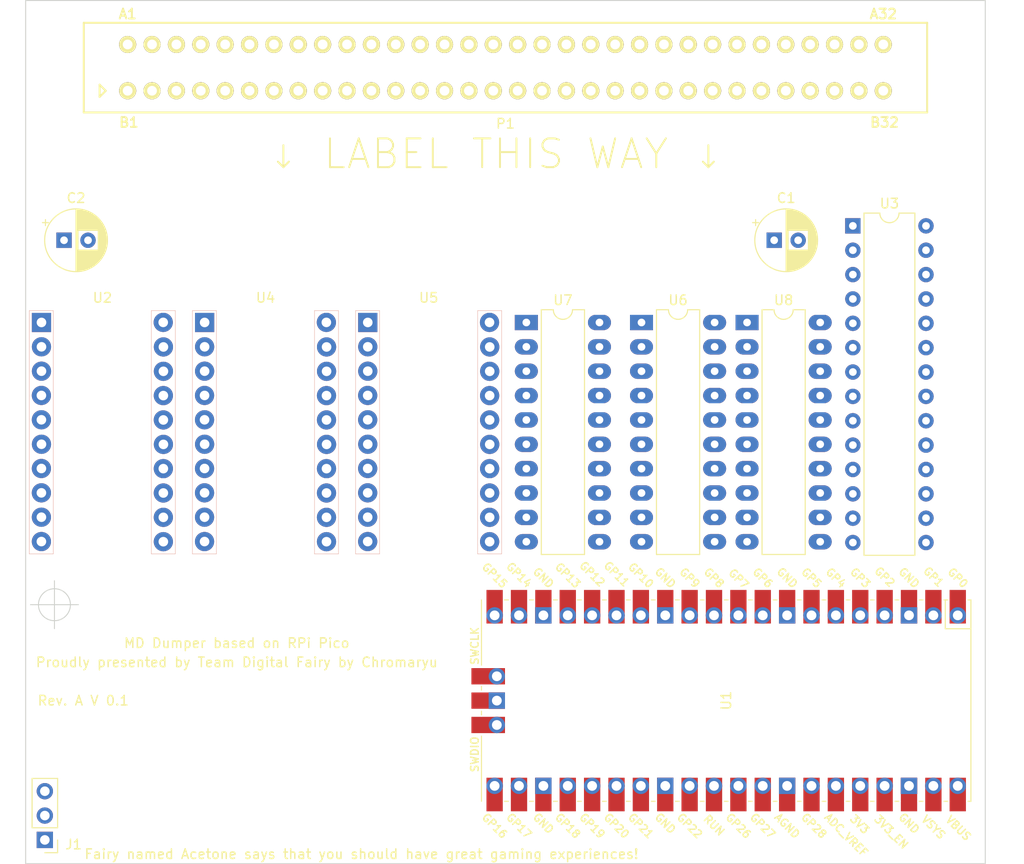
<source format=kicad_pcb>
(kicad_pcb (version 20211014) (generator pcbnew)
  (layers (0 "F.Cu" signal) (31 "B.Cu" signal) (34 "B.Paste" user) (35 "F.Paste" user) (36 "B.SilkS" user "B.Silkscreen") (37 "F.SilkS" user "F.Silkscreen") (38 "B.Mask" user) (39 "F.Mask" user) (44 "Edge.Cuts" user))
  (net 0 "")
  (net 4 "+5V")
  (net 5 "Net-(P1-PadA32)")
  (net 6 "Net-(P1-PadA18)")
  (net 7 "Net-(U1-Pad43)")
  (net 8 "Net-(U1-Pad42)")
  (net 9 "Net-(U1-Pad41)")
  (net 10 "GND")
  (net 11 "Net-(P1-PadA3)")
  (net 16 "Net-(P1-PadA4)")
  (net 17 "Net-(P1-PadA5)")
  (net 21 "Net-(P1-PadA6)")
  (net 22 "Net-(P1-PadA7)")
  (net 23 "Net-(P1-PadA8)")
  (net 24 "Net-(P1-PadA9)")
  (net 25 "Net-(P1-PadA10)")
  (net 26 "Net-(P1-PadA11)")
  (net 28 "Net-(P1-PadA12)")
  (net 29 "Net-(P1-PadA13)")
  (net 31 "Net-(P1-PadA14)")
  (net 32 "Net-(P1-PadA15)")
  (net 33 "Net-(P1-PadA16)")
  (net 34 "Net-(P1-PadA17)")
  (net 35 "Net-(P1-PadA19)")
  (net 36 "Net-(P1-PadA20)")
  (net 37 "Net-(P1-PadA21)")
  (net 38 "Net-(P1-PadA22)")
  (net 39 "Net-(P1-PadA23)")
  (net 40 "Net-(P1-PadA24)")
  (net 41 "Net-(P1-PadA25)")
  (net 42 "Net-(P1-PadA26)")
  (net 43 "Net-(P1-PadA27)")
  (net 44 "Net-(P1-PadA28)")
  (net 45 "Net-(P1-PadA29)")
  (net 46 "Net-(P1-PadA30)")
  (net 47 "Net-(P1-PadB4)")
  (net 48 "Net-(P1-PadB5)")
  (net 49 "Net-(P1-PadB6)")
  (net 50 "Net-(P1-PadB7)")
  (net 51 "Net-(P1-PadB8)")
  (net 52 "Net-(P1-PadB9)")
  (net 53 "Net-(P1-PadB10)")
  (net 54 "Net-(P1-PadB11)")
  (net 55 "/~{CAS0}")
  (net 56 "/~{CE_0}")
  (net 57 "/~{CAS2}")
  (net 58 "Net-(P1-PadB22)")
  (net 59 "Net-(P1-PadB23)")
  (net 60 "Net-(P1-PadB24)")
  (net 61 "Net-(P1-PadB25)")
  (net 62 "/~{ASEL}")
  (net 63 "/~{LWR}")
  (net 64 "/~{UWR}")
  (net 65 "/~{TIME}")
  (net 66 "/~{CART}")
  (net 67 "Net-(U1-Pad1)")
  (net 68 "Net-(U1-Pad2)")
  (net 69 "Net-(U1-Pad4)")
  (net 70 "Net-(U1-Pad5)")
  (net 71 "Net-(U1-Pad6)")
  (net 72 "Net-(U1-Pad7)")
  (net 73 "Net-(U1-Pad9)")
  (net 74 "Net-(U1-Pad10)")
  (net 75 "Net-(U1-Pad11)")
  (net 76 "Net-(U1-Pad12)")
  (net 77 "Net-(U1-Pad14)")
  (net 78 "Net-(U1-Pad15)")
  (net 79 "Net-(U1-Pad16)")
  (net 80 "Net-(U1-Pad17)")
  (net 81 "Net-(U1-Pad19)")
  (net 82 "Net-(U1-Pad20)")
  (net 83 "Net-(U1-Pad21)")
  (net 84 "Net-(U1-Pad22)")
  (net 85 "Net-(U1-Pad24)")
  (net 86 "Net-(U1-Pad25)")
  (net 87 "Net-(U2-Pad7)")
  (net 88 "Net-(U2-Pad8)")
  (net 89 "Net-(U2-Pad9)")
  (net 90 "Net-(U2-Pad10)")
  (net 91 "+3V3")
  (net 92 "Net-(U2-Pad11)")
  (net 93 "Net-(U2-Pad12)")
  (net 95 "Net-(U6-Pad11)")
  (net 100 "Net-(U6-Pad1)")
  (net 102 "Net-(U2-Pad17)")
  (net 104 "Net-(U2-Pad18)")
  (net 105 "Net-(U2-Pad19)")
  (net 106 "Net-(U2-Pad20)")
  (net 109 "Net-(U5-Pad11)")
  (net 110 "Net-(U5-Pad12)")
  (net 111 "Net-(U5-Pad13)")
  (net 112 "Net-(U5-Pad14)")
  (net 113 "Net-(U5-Pad17)")
  (net 114 "Net-(U5-Pad18)")
  (net 115 "Net-(U5-Pad19)")
  (net 116 "Net-(U5-Pad20)")
  (footprint "Package_DIP:DIP-20_W7.62mm_LongPads" (layer "F.Cu") (at 82.175 63.575)
    (fp_text reference "U7" (at 3.81 -2.33) (layer "F.SilkS"))
    (fp_text value "74HCT574")
    (pad "1" thru_hole rect locked (at 0 0) (size 2.4 1.6) (drill 0.8) (layers *.Cu *.Mask) (net 100 "Net-(U6-Pad1)"))
    (pad "2" thru_hole oval locked (at 0 2.54) (size 2.4 1.6) (drill 0.8) (layers *.Cu *.Mask) (net 116 "Net-(U5-Pad20)"))
    (pad "3" thru_hole oval locked (at 0 5.08) (size 2.4 1.6) (drill 0.8) (layers *.Cu *.Mask) (net 115 "Net-(U5-Pad19)"))
    (pad "4" thru_hole oval locked (at 0 7.62) (size 2.4 1.6) (drill 0.8) (layers *.Cu *.Mask) (net 114 "Net-(U5-Pad18)"))
    (pad "5" thru_hole oval locked (at 0 10.16) (size 2.4 1.6) (drill 0.8) (layers *.Cu *.Mask) (net 113 "Net-(U5-Pad17)"))
    (pad "6" thru_hole oval locked (at 0 12.7) (size 2.4 1.6) (drill 0.8) (layers *.Cu *.Mask) (net 112 "Net-(U5-Pad14)"))
    (pad "7" thru_hole oval locked (at 0 15.24) (size 2.4 1.6) (drill 0.8) (layers *.Cu *.Mask) (net 111 "Net-(U5-Pad13)"))
    (pad "8" thru_hole oval locked (at 0 17.78) (size 2.4 1.6) (drill 0.8) (layers *.Cu *.Mask) (net 110 "Net-(U5-Pad12)"))
    (pad "9" thru_hole oval locked (at 0 20.32) (size 2.4 1.6) (drill 0.8) (layers *.Cu *.Mask) (net 109 "Net-(U5-Pad11)"))
    (pad "10" thru_hole oval locked (at 0 22.86) (size 2.4 1.6) (drill 0.8) (layers *.Cu *.Mask) (net 10 "GND"))
    (pad "11" thru_hole oval locked (at 7.62 22.86) (size 2.4 1.6) (drill 0.8) (layers *.Cu *.Mask) (net 93 "Net-(U2-Pad12)"))
    (pad "12" thru_hole oval locked (at 7.62 20.32) (size 2.4 1.6) (drill 0.8) (layers *.Cu *.Mask) (net 28 "Net-(P1-PadA12)"))
    (pad "13" thru_hole oval locked (at 7.62 17.78) (size 2.4 1.6) (drill 0.8) (layers *.Cu *.Mask) (net 25 "Net-(P1-PadA10)"))
    (pad "14" thru_hole oval locked (at 7.62 15.24) (size 2.4 1.6) (drill 0.8) (layers *.Cu *.Mask) (net 23 "Net-(P1-PadA8)"))
    (pad "15" thru_hole oval locked (at 7.62 12.7) (size 2.4 1.6) (drill 0.8) (layers *.Cu *.Mask) (net 21 "Net-(P1-PadA6)"))
    (pad "16" thru_hole oval locked (at 7.62 10.16) (size 2.4 1.6) (drill 0.8) (layers *.Cu *.Mask) (net 16 "Net-(P1-PadA4)"))
    (pad "17" thru_hole oval locked (at 7.62 7.62) (size 2.4 1.6) (drill 0.8) (layers *.Cu *.Mask) (net 48 "Net-(P1-PadB5)"))
    (pad "18" thru_hole oval locked (at 7.62 5.08) (size 2.4 1.6) (drill 0.8) (layers *.Cu *.Mask) (net 47 "Net-(P1-PadB4)"))
    (pad "19" thru_hole oval locked (at 7.62 2.54) (size 2.4 1.6) (drill 0.8) (layers *.Cu *.Mask) (net 11 "Net-(P1-PadA3)"))
    (pad "20" thru_hole oval locked (at 7.62 0) (size 2.4 1.6) (drill 0.8) (layers *.Cu *.Mask) (net 4 "+5V"))
  )
  (footprint "Conversion-PCB:txb0108e" (layer "F.Cu") (at 55 75)
    (fp_text reference "U4" (at 0 -14) (layer "F.SilkS"))
    (fp_text value "TXB0108DQSR")
    (pad "1" thru_hole rect (at -6.35 -11.43) (size 2 2) (drill 1) (layers *.Cu *.Mask) (net 75 "Net-(U1-Pad11)"))
    (pad "2" thru_hole oval (at -6.35 -8.89) (size 2 2) (drill 1) (layers *.Cu *.Mask) (net 76 "Net-(U1-Pad12)"))
    (pad "3" thru_hole oval (at -6.35 -6.35) (size 2 2) (drill 1) (layers *.Cu *.Mask) (net 77 "Net-(U1-Pad14)"))
    (pad "4" thru_hole oval (at -6.358102 -3.819128) (size 2 2) (drill 1) (layers *.Cu *.Mask) (net 78 "Net-(U1-Pad15)"))
    (pad "5" thru_hole oval (at -6.358102 -1.280154) (size 2 2) (drill 1) (layers *.Cu *.Mask) (net 91 "+3V3"))
    (pad "6" thru_hole oval (at -6.35 1.27) (size 2 2) (drill 1) (layers *.Cu *.Mask) (net 4 "+5V"))
    (pad "7" thru_hole oval (at -6.358102 3.797793) (size 2 2) (drill 1) (layers *.Cu *.Mask) (net 79 "Net-(U1-Pad16)"))
    (pad "8" thru_hole oval (at -6.358102 6.336767) (size 2 2) (drill 1) (layers *.Cu *.Mask) (net 80 "Net-(U1-Pad17)"))
    (pad "9" thru_hole oval (at -6.358102 8.875741) (size 2 2) (drill 1) (layers *.Cu *.Mask) (net 81 "Net-(U1-Pad19)"))
    (pad "10" thru_hole oval (at -6.358102 11.414714) (size 2 2) (drill 1) (layers *.Cu *.Mask) (net 82 "Net-(U1-Pad20)"))
    (pad "11" thru_hole oval (at 6.35 11.43) (size 2 2) (drill 1) (layers *.Cu *.Mask) (net 62 "/~{ASEL}"))
    (pad "12" thru_hole oval (at 6.35 8.891027) (size 2 2) (drill 1) (layers *.Cu *.Mask) (net 66 "/~{CART}"))
    (pad "13" thru_hole oval (at 6.35 6.352053) (size 2 2) (drill 1) (layers *.Cu *.Mask) (net 57 "/~{CAS2}"))
    (pad "14" thru_hole oval (at 6.35 3.813079) (size 2 2) (drill 1) (layers *.Cu *.Mask) (net 63 "/~{LWR}"))
    (pad "15" thru_hole oval (at 6.358102 1.285286) (size 2 2) (drill 1) (layers *.Cu *.Mask) (net 10 "GND"))
    (pad "16" thru_hole oval (at 6.35 -1.264868) (size 2 2) (drill 1) (layers *.Cu *.Mask) (net 4 "+5V"))
    (pad "17" thru_hole oval (at 6.35 -3.803842) (size 2 2) (drill 1) (layers *.Cu *.Mask) (net 64 "/~{UWR}"))
    (pad "18" thru_hole oval (at 6.358102 -6.334714) (size 2 2) (drill 1) (layers *.Cu *.Mask) (net 65 "/~{TIME}"))
    (pad "19" thru_hole oval (at 6.358102 -8.874714) (size 2 2) (drill 1) (layers *.Cu *.Mask) (net 56 "/~{CE_0}"))
    (pad "20" thru_hole oval (at 6.336767 -11.43605) (size 2 2) (drill 1) (layers *.Cu *.Mask) (net 55 "/~{CAS0}"))
  )
  (footprint "Package_DIP:DIP-20_W7.62mm_LongPads" (layer "F.Cu") (at 94.175 63.575)
    (fp_text reference "U6" (at 3.81 -2.33) (layer "F.SilkS"))
    (fp_text value "74HCT574")
    (pad "1" thru_hole rect locked (at 0 0) (size 2.4 1.6) (drill 0.8) (layers *.Cu *.Mask) (net 100 "Net-(U6-Pad1)"))
    (pad "2" thru_hole oval locked (at 0 2.54) (size 2.4 1.6) (drill 0.8) (layers *.Cu *.Mask) (net 116 "Net-(U5-Pad20)"))
    (pad "3" thru_hole oval locked (at 0 5.08) (size 2.4 1.6) (drill 0.8) (layers *.Cu *.Mask) (net 115 "Net-(U5-Pad19)"))
    (pad "4" thru_hole oval locked (at 0 7.62) (size 2.4 1.6) (drill 0.8) (layers *.Cu *.Mask) (net 114 "Net-(U5-Pad18)"))
    (pad "5" thru_hole oval locked (at 0 10.16) (size 2.4 1.6) (drill 0.8) (layers *.Cu *.Mask) (net 113 "Net-(U5-Pad17)"))
    (pad "6" thru_hole oval locked (at 0 12.7) (size 2.4 1.6) (drill 0.8) (layers *.Cu *.Mask) (net 112 "Net-(U5-Pad14)"))
    (pad "7" thru_hole oval locked (at 0 15.24) (size 2.4 1.6) (drill 0.8) (layers *.Cu *.Mask) (net 111 "Net-(U5-Pad13)"))
    (pad "8" thru_hole oval locked (at 0 17.78) (size 2.4 1.6) (drill 0.8) (layers *.Cu *.Mask) (net 110 "Net-(U5-Pad12)"))
    (pad "9" thru_hole oval locked (at 0 20.32) (size 2.4 1.6) (drill 0.8) (layers *.Cu *.Mask) (net 109 "Net-(U5-Pad11)"))
    (pad "10" thru_hole oval locked (at 0 22.86) (size 2.4 1.6) (drill 0.8) (layers *.Cu *.Mask) (net 10 "GND"))
    (pad "11" thru_hole oval locked (at 7.62 22.86) (size 2.4 1.6) (drill 0.8) (layers *.Cu *.Mask) (net 95 "Net-(U6-Pad11)"))
    (pad "12" thru_hole oval locked (at 7.62 20.32) (size 2.4 1.6) (drill 0.8) (layers *.Cu *.Mask) (net 17 "Net-(P1-PadA5)"))
    (pad "13" thru_hole oval locked (at 7.62 17.78) (size 2.4 1.6) (drill 0.8) (layers *.Cu *.Mask) (net 22 "Net-(P1-PadA7)"))
    (pad "14" thru_hole oval locked (at 7.62 15.24) (size 2.4 1.6) (drill 0.8) (layers *.Cu *.Mask) (net 24 "Net-(P1-PadA9)"))
    (pad "15" thru_hole oval locked (at 7.62 12.7) (size 2.4 1.6) (drill 0.8) (layers *.Cu *.Mask) (net 26 "Net-(P1-PadA11)"))
    (pad "16" thru_hole oval locked (at 7.62 10.16) (size 2.4 1.6) (drill 0.8) (layers *.Cu *.Mask) (net 29 "Net-(P1-PadA13)"))
    (pad "17" thru_hole oval locked (at 7.62 7.62) (size 2.4 1.6) (drill 0.8) (layers *.Cu *.Mask) (net 32 "Net-(P1-PadA15)"))
    (pad "18" thru_hole oval locked (at 7.62 5.08) (size 2.4 1.6) (drill 0.8) (layers *.Cu *.Mask) (net 34 "Net-(P1-PadA17)"))
    (pad "19" thru_hole oval locked (at 7.62 2.54) (size 2.4 1.6) (drill 0.8) (layers *.Cu *.Mask))
    (pad "20" thru_hole oval locked (at 7.62 0) (size 2.4 1.6) (drill 0.8) (layers *.Cu *.Mask))
  )
  (footprint "Capacitor_THT:CP_Radial_D6.3mm_P2.50mm" (layer "F.Cu") (at 34 55)
    (fp_text reference "C2" (at 1.25 -4.4) (layer "F.SilkS"))
    (fp_text value "C_Polarized")
    (pad "1" thru_hole rect locked (at 0 0) (size 1.6 1.6) (drill 0.8) (layers *.Cu *.Mask) (net 4 "+5V"))
    (pad "2" thru_hole circle locked (at 2.5 0) (size 1.6 1.6) (drill 0.8) (layers *.Cu *.Mask) (net 6 "Net-(P1-PadA18)"))
  )
  (footprint "Package_DIP:DIP-28_W7.62mm" (layer "F.Cu") (at 116.2 53.5)
    (fp_text reference "U3" (at 3.81 -2.33) (layer "F.SilkS"))
    (fp_text value "MCP23S17_SP")
    (pad "1" thru_hole rect locked (at 0 0) (size 1.6 1.6) (drill 0.8) (layers *.Cu *.Mask) (net 37 "Net-(P1-PadA21)"))
    (pad "2" thru_hole oval locked (at 0 2.54) (size 1.6 1.6) (drill 0.8) (layers *.Cu *.Mask) (net 40 "Net-(P1-PadA24)"))
    (pad "3" thru_hole oval locked (at 0 5.08) (size 1.6 1.6) (drill 0.8) (layers *.Cu *.Mask) (net 43 "Net-(P1-PadA27)"))
    (pad "4" thru_hole oval locked (at 0 7.62) (size 1.6 1.6) (drill 0.8) (layers *.Cu *.Mask) (net 46 "Net-(P1-PadA30)"))
    (pad "5" thru_hole oval locked (at 0 10.16) (size 1.6 1.6) (drill 0.8) (layers *.Cu *.Mask) (net 61 "Net-(P1-PadB25)"))
    (pad "6" thru_hole oval locked (at 0 12.7) (size 1.6 1.6) (drill 0.8) (layers *.Cu *.Mask) (net 60 "Net-(P1-PadB24)"))
    (pad "7" thru_hole oval locked (at 0 15.24) (size 1.6 1.6) (drill 0.8) (layers *.Cu *.Mask) (net 59 "Net-(P1-PadB23)"))
    (pad "8" thru_hole oval locked (at 0 17.78) (size 1.6 1.6) (drill 0.8) (layers *.Cu *.Mask) (net 58 "Net-(P1-PadB22)"))
    (pad "9" thru_hole oval locked (at 0 20.32) (size 1.6 1.6) (drill 0.8) (layers *.Cu *.Mask) (net 4 "+5V"))
    (pad "10" thru_hole oval locked (at 0 22.86) (size 1.6 1.6) (drill 0.8) (layers *.Cu *.Mask) (net 10 "GND"))
    (pad "11" thru_hole oval locked (at 0 25.4) (size 1.6 1.6) (drill 0.8) (layers *.Cu *.Mask) (net 106 "Net-(U2-Pad20)"))
    (pad "12" thru_hole oval locked (at 0 27.94) (size 1.6 1.6) (drill 0.8) (layers *.Cu *.Mask) (net 105 "Net-(U2-Pad19)"))
    (pad "13" thru_hole oval locked (at 0 30.48) (size 1.6 1.6) (drill 0.8) (layers *.Cu *.Mask) (net 104 "Net-(U2-Pad18)"))
    (pad "14" thru_hole oval locked (at 0 33.02) (size 1.6 1.6) (drill 0.8) (layers *.Cu *.Mask) (net 102 "Net-(U2-Pad17)"))
    (pad "15" thru_hole oval locked (at 7.62 33.02) (size 1.6 1.6) (drill 0.8) (layers *.Cu *.Mask) (net 10 "GND"))
    (pad "16" thru_hole oval locked (at 7.62 30.48) (size 1.6 1.6) (drill 0.8) (layers *.Cu *.Mask) (net 10 "GND"))
    (pad "17" thru_hole oval locked (at 7.62 27.94) (size 1.6 1.6) (drill 0.8) (layers *.Cu *.Mask) (net 10 "GND"))
    (pad "18" thru_hole oval locked (at 7.62 25.4) (size 1.6 1.6) (drill 0.8) (layers *.Cu *.Mask) (net 4 "+5V"))
    (pad "19" thru_hole oval locked (at 7.62 22.86) (size 1.6 1.6) (drill 0.8) (layers *.Cu *.Mask))
    (pad "20" thru_hole oval locked (at 7.62 20.32) (size 1.6 1.6) (drill 0.8) (layers *.Cu *.Mask))
    (pad "21" thru_hole oval locked (at 7.62 17.78) (size 1.6 1.6) (drill 0.8) (layers *.Cu *.Mask) (net 36 "Net-(P1-PadA20)"))
    (pad "22" thru_hole oval locked (at 7.62 15.24) (size 1.6 1.6) (drill 0.8) (layers *.Cu *.Mask) (net 39 "Net-(P1-PadA23)"))
    (pad "23" thru_hole oval locked (at 7.62 12.7) (size 1.6 1.6) (drill 0.8) (layers *.Cu *.Mask) (net 42 "Net-(P1-PadA26)"))
    (pad "24" thru_hole oval locked (at 7.62 10.16) (size 1.6 1.6) (drill 0.8) (layers *.Cu *.Mask) (net 45 "Net-(P1-PadA29)"))
    (pad "25" thru_hole oval locked (at 7.62 7.62) (size 1.6 1.6) (drill 0.8) (layers *.Cu *.Mask) (net 44 "Net-(P1-PadA28)"))
    (pad "26" thru_hole oval locked (at 7.62 5.08) (size 1.6 1.6) (drill 0.8) (layers *.Cu *.Mask) (net 41 "Net-(P1-PadA25)"))
    (pad "27" thru_hole oval locked (at 7.62 2.54) (size 1.6 1.6) (drill 0.8) (layers *.Cu *.Mask) (net 38 "Net-(P1-PadA22)"))
    (pad "28" thru_hole oval locked (at 7.62 0) (size 1.6 1.6) (drill 0.8) (layers *.Cu *.Mask) (net 35 "Net-(P1-PadA19)"))
  )
  (footprint "Capacitor_THT:CP_Radial_D6.3mm_P2.50mm" (layer "F.Cu") (at 108 55)
    (fp_text reference "C1" (at 1.25 -4.4) (layer "F.SilkS"))
    (fp_text value "C_Polarized")
    (pad "1" thru_hole rect locked (at 0 0) (size 1.6 1.6) (drill 0.8) (layers *.Cu *.Mask) (net 4 "+5V"))
    (pad "2" thru_hole circle locked (at 2.5 0) (size 1.6 1.6) (drill 0.8) (layers *.Cu *.Mask) (net 5 "Net-(P1-PadA32)"))
  )
  (footprint "Conversion-PCB:txb0108e" (layer "F.Cu") (at 72 75)
    (fp_text reference "U5" (at 0 -14) (layer "F.SilkS"))
    (fp_text value "TXB0108DQSR")
    (pad "1" thru_hole rect (at -6.35 -11.43) (size 2 2) (drill 1) (layers *.Cu *.Mask) (net 67 "Net-(U1-Pad1)"))
    (pad "2" thru_hole oval (at -6.35 -8.89) (size 2 2) (drill 1) (layers *.Cu *.Mask) (net 68 "Net-(U1-Pad2)"))
    (pad "3" thru_hole oval (at -6.35 -6.35) (size 2 2) (drill 1) (layers *.Cu *.Mask) (net 69 "Net-(U1-Pad4)"))
    (pad "4" thru_hole oval (at -6.358102 -3.819128) (size 2 2) (drill 1) (layers *.Cu *.Mask) (net 70 "Net-(U1-Pad5)"))
    (pad "5" thru_hole oval (at -6.358102 -1.280154) (size 2 2) (drill 1) (layers *.Cu *.Mask) (net 91 "+3V3"))
    (pad "6" thru_hole oval (at -6.35 1.27) (size 2 2) (drill 1) (layers *.Cu *.Mask) (net 4 "+5V"))
    (pad "7" thru_hole oval (at -6.358102 3.797793) (size 2 2) (drill 1) (layers *.Cu *.Mask) (net 71 "Net-(U1-Pad6)"))
    (pad "8" thru_hole oval (at -6.358102 6.336767) (size 2 2) (drill 1) (layers *.Cu *.Mask) (net 72 "Net-(U1-Pad7)"))
    (pad "9" thru_hole oval (at -6.358102 8.875741) (size 2 2) (drill 1) (layers *.Cu *.Mask) (net 73 "Net-(U1-Pad9)"))
    (pad "10" thru_hole oval (at -6.358102 11.414714) (size 2 2) (drill 1) (layers *.Cu *.Mask) (net 74 "Net-(U1-Pad10)"))
    (pad "11" thru_hole oval (at 6.35 11.43) (size 2 2) (drill 1) (layers *.Cu *.Mask) (net 109 "Net-(U5-Pad11)"))
    (pad "12" thru_hole oval (at 6.35 8.891027) (size 2 2) (drill 1) (layers *.Cu *.Mask) (net 110 "Net-(U5-Pad12)"))
    (pad "13" thru_hole oval (at 6.35 6.352053) (size 2 2) (drill 1) (layers *.Cu *.Mask) (net 111 "Net-(U5-Pad13)"))
    (pad "14" thru_hole oval (at 6.35 3.813079) (size 2 2) (drill 1) (layers *.Cu *.Mask) (net 112 "Net-(U5-Pad14)"))
    (pad "15" thru_hole oval (at 6.358102 1.285286) (size 2 2) (drill 1) (layers *.Cu *.Mask) (net 10 "GND"))
    (pad "16" thru_hole oval (at 6.35 -1.264868) (size 2 2) (drill 1) (layers *.Cu *.Mask) (net 4 "+5V"))
    (pad "17" thru_hole oval (at 6.35 -3.803842) (size 2 2) (drill 1) (layers *.Cu *.Mask) (net 113 "Net-(U5-Pad17)"))
    (pad "18" thru_hole oval (at 6.358102 -6.334714) (size 2 2) (drill 1) (layers *.Cu *.Mask) (net 114 "Net-(U5-Pad18)"))
    (pad "19" thru_hole oval (at 6.358102 -8.874714) (size 2 2) (drill 1) (layers *.Cu *.Mask) (net 115 "Net-(U5-Pad19)"))
    (pad "20" thru_hole oval (at 6.336767 -11.43605) (size 2 2) (drill 1) (layers *.Cu *.Mask) (net 116 "Net-(U5-Pad20)"))
  )
  (footprint "Connector_PinHeader_2.54mm:PinHeader_1x03_P2.54mm_Vertical" (layer "F.Cu") (at 32 117.525 180)
    (fp_text reference "J1" (at -3 -0.475) (layer "F.SilkS"))
    (fp_text value "Conn_01x03")
    (pad "1" thru_hole rect locked (at 0 0 180) (size 1.7 1.7) (drill 1) (layers *.Cu *.Mask) (net 7 "Net-(U1-Pad43)"))
    (pad "2" thru_hole oval locked (at 0 2.54 180) (size 1.7 1.7) (drill 1) (layers *.Cu *.Mask) (net 8 "Net-(U1-Pad42)"))
    (pad "3" thru_hole oval locked (at 0 5.08 180) (size 1.7 1.7) (drill 1) (layers *.Cu *.Mask) (net 9 "Net-(U1-Pad41)"))
  )
  (footprint "Package_DIP:DIP-20_W7.62mm_LongPads" (layer "F.Cu") (at 105.175 63.575)
    (fp_text reference "U8" (at 3.81 -2.33) (layer "F.SilkS"))
    (fp_text value "74HCT574")
    (pad "1" thru_hole rect locked (at 0 0) (size 2.4 1.6) (drill 0.8) (layers *.Cu *.Mask) (net 100 "Net-(U6-Pad1)"))
    (pad "2" thru_hole oval locked (at 0 2.54) (size 2.4 1.6) (drill 0.8) (layers *.Cu *.Mask) (net 116 "Net-(U5-Pad20)"))
    (pad "3" thru_hole oval locked (at 0 5.08) (size 2.4 1.6) (drill 0.8) (layers *.Cu *.Mask) (net 115 "Net-(U5-Pad19)"))
    (pad "4" thru_hole oval locked (at 0 7.62) (size 2.4 1.6) (drill 0.8) (layers *.Cu *.Mask) (net 114 "Net-(U5-Pad18)"))
    (pad "5" thru_hole oval locked (at 0 10.16) (size 2.4 1.6) (drill 0.8) (layers *.Cu *.Mask) (net 113 "Net-(U5-Pad17)"))
    (pad "6" thru_hole oval locked (at 0 12.7) (size 2.4 1.6) (drill 0.8) (layers *.Cu *.Mask) (net 112 "Net-(U5-Pad14)"))
    (pad "7" thru_hole oval locked (at 0 15.24) (size 2.4 1.6) (drill 0.8) (layers *.Cu *.Mask) (net 111 "Net-(U5-Pad13)"))
    (pad "8" thru_hole oval locked (at 0 17.78) (size 2.4 1.6) (drill 0.8) (layers *.Cu *.Mask) (net 110 "Net-(U5-Pad12)"))
    (pad "9" thru_hole oval locked (at 0 20.32) (size 2.4 1.6) (drill 0.8) (layers *.Cu *.Mask) (net 109 "Net-(U5-Pad11)"))
    (pad "10" thru_hole oval locked (at 0 22.86) (size 2.4 1.6) (drill 0.8) (layers *.Cu *.Mask) (net 10 "GND"))
    (pad "11" thru_hole oval locked (at 7.62 22.86) (size 2.4 1.6) (drill 0.8) (layers *.Cu *.Mask) (net 92 "Net-(U2-Pad11)"))
    (pad "12" thru_hole oval locked (at 7.62 20.32) (size 2.4 1.6) (drill 0.8) (layers *.Cu *.Mask) (net 54 "Net-(P1-PadB11)"))
    (pad "13" thru_hole oval locked (at 7.62 17.78) (size 2.4 1.6) (drill 0.8) (layers *.Cu *.Mask) (net 53 "Net-(P1-PadB10)"))
    (pad "14" thru_hole oval locked (at 7.62 15.24) (size 2.4 1.6) (drill 0.8) (layers *.Cu *.Mask) (net 52 "Net-(P1-PadB9)"))
    (pad "15" thru_hole oval locked (at 7.62 12.7) (size 2.4 1.6) (drill 0.8) (layers *.Cu *.Mask) (net 51 "Net-(P1-PadB8)"))
    (pad "16" thru_hole oval locked (at 7.62 10.16) (size 2.4 1.6) (drill 0.8) (layers *.Cu *.Mask) (net 50 "Net-(P1-PadB7)"))
    (pad "17" thru_hole oval locked (at 7.62 7.62) (size 2.4 1.6) (drill 0.8) (layers *.Cu *.Mask) (net 49 "Net-(P1-PadB6)"))
    (pad "18" thru_hole oval locked (at 7.62 5.08) (size 2.4 1.6) (drill 0.8) (layers *.Cu *.Mask) (net 33 "Net-(P1-PadA16)"))
    (pad "19" thru_hole oval locked (at 7.62 2.54) (size 2.4 1.6) (drill 0.8) (layers *.Cu *.Mask) (net 31 "Net-(P1-PadA14)"))
    (pad "20" thru_hole oval locked (at 7.62 0) (size 2.4 1.6) (drill 0.8) (layers *.Cu *.Mask) (net 4 "+5V"))
  )
  (footprint "MCU_RaspberryPi_and_Boards:RPi_Pico_SMD_TH" (layer "F.Cu") (at 103 103 -90)
    (fp_text reference "U1" (at 0 0 90) (layer "F.SilkS"))
    (fp_text value "Pico")
    (fp_text user "3V3" (at 12.9 -13.9 135) (layer "F.SilkS") (effects (font (size 0.8 0.8))))
    (fp_text user "GND" (at 12.8 6.35 135) (layer "F.SilkS") (effects (font (size 0.8 0.8))))
    (fp_text user "GP21" (at 13.054 8.9 135) (layer "F.SilkS") (effects (font (size 0.8 0.8))))
    (fp_text user "GP20" (at 13.054 11.43 135) (layer "F.SilkS") (effects (font (size 0.8 0.8))))
    (fp_text user "GP0" (at -12.8 -24.13 135) (layer "F.SilkS") (effects (font (size 0.8 0.8))))
    (fp_text user "GP8" (at -12.8 1.27 135) (layer "F.SilkS") (effects (font (size 0.8 0.8))))
    (fp_text user "GP3" (at -12.8 -13.97 135) (layer "F.SilkS") (effects (font (size 0.8 0.8))))
    (fp_text user "RUN" (at 13 1.27 135) (layer "F.SilkS") (effects (font (size 0.8 0.8))))
    (fp_text user "GP10" (at -13.054 8.89 135) (layer "F.SilkS") (effects (font (size 0.8 0.8))))
    (fp_text user "GP14" (at -13.1 21.59 135) (layer "F.SilkS") (effects (font (size 0.8 0.8))))
    (fp_text user "GP13" (at -13.054 16.51 135) (layer "F.SilkS") (effects (font (size 0.8 0.8))))
    (fp_text user "ADC_VREF" (at 14 -12.5 135) (layer "F.SilkS") (effects (font (size 0.8 0.8))))
    (fp_text user "GND" (at -12.8 -6.35 135) (layer "F.SilkS") (effects (font (size 0.8 0.8))))
    (fp_text user "GND" (at 12.8 -19.05 135) (layer "F.SilkS") (effects (font (size 0.8 0.8))))
    (fp_text user "SWCLK" (at -5.7 26.2 90) (layer "F.SilkS") (effects (font (size 0.8 0.8))))
    (fp_text user "GP5" (at -12.8 -8.89 135) (layer "F.SilkS") (effects (font (size 0.8 0.8))))
    (fp_text user "GP22" (at 13.054 3.81 135) (layer "F.SilkS") (effects (font (size 0.8 0.8))))
    (fp_text user "GP26" (at 13.054 -1.27 135) (layer "F.SilkS") (effects (font (size 0.8 0.8))))
    (fp_text user "GP16" (at 13.054 24.13 135) (layer "F.SilkS") (effects (font (size 0.8 0.8))))
    (fp_text user "GND" (at -12.8 6.35 135) (layer "F.SilkS") (effects (font (size 0.8 0.8))))
    (fp_text user "GND" (at 12.8 19.05 135) (layer "F.SilkS") (effects (font (size 0.8 0.8))))
    (fp_text user "SWDIO" (at 5.6 26.2 90) (layer "F.SilkS") (effects (font (size 0.8 0.8))))
    (fp_text user "GP4" (at -12.8 -11.43 135) (layer "F.SilkS") (effects (font (size 0.8 0.8))))
    (fp_text user "GP12" (at -13.2 13.97 135) (layer "F.SilkS") (effects (font (size 0.8 0.8))))
    (fp_text user "GP9" (at -12.8 3.81 135) (layer "F.SilkS") (effects (font (size 0.8 0.8))))
    (fp_text user "AGND" (at 13.054 -6.35 135) (layer "F.SilkS") (effects (font (size 0.8 0.8))))
    (fp_text user "GP27" (at 13.054 -3.8 135) (layer "F.SilkS") (effects (font (size 0.8 0.8))))
    (fp_text user "GP6" (at -12.8 -3.81 135) (layer "F.SilkS") (effects (font (size 0.8 0.8))))
    (fp_text user "VBUS" (at 13.3 -24.2 135) (layer "F.SilkS") (effects (font (size 0.8 0.8))))
    (fp_text user "GP2" (at -12.9 -16.51 135) (layer "F.SilkS") (effects (font (size 0.8 0.8))))
    (fp_text user "VSYS" (at 13.2 -21.59 135) (layer "F.SilkS") (effects (font (size 0.8 0.8))))
    (fp_text user "GP28" (at 13.054 -9.144 135) (layer "F.SilkS") (effects (font (size 0.8 0.8))))
    (fp_text user "GND" (at -12.8 19.05 135) (layer "F.SilkS") (effects (font (size 0.8 0.8))))
    (fp_text user "3V3_EN" (at 13.7 -17.2 135) (layer "F.SilkS") (effects (font (size 0.8 0.8))))
    (fp_text user "GP11" (at -13.2 11.43 135) (layer "F.SilkS") (effects (font (size 0.8 0.8))))
    (fp_text user "GP18" (at 13.054 16.51 135) (layer "F.SilkS") (effects (font (size 0.8 0.8))))
    (fp_text user "GP7" (at -12.7 -1.3 135) (layer "F.SilkS") (effects (font (size 0.8 0.8))))
    (fp_text user "GND" (at -12.8 -19.05 135) (layer "F.SilkS") (effects (font (size 0.8 0.8))))
    (fp_text user "GP19" (at 13.054 13.97 135) (layer "F.SilkS") (effects (font (size 0.8 0.8))))
    (fp_text user "GP17" (at 13.054 21.59 135) (layer "F.SilkS") (effects (font (size 0.8 0.8))))
    (fp_text user "GP15" (at -13.054 24.13 135) (layer "F.SilkS") (effects (font (size 0.8 0.8))))
    (fp_text user "GP1" (at -12.9 -21.6 135) (layer "F.SilkS") (effects (font (size 0.8 0.8))))
    (pad "" np_thru_hole oval (at 2.425 -20.97 270) (size 1.5 1.5) (drill 1.5) (layers *.Cu *.Mask))
    (pad "" np_thru_hole oval (at 2.725 -24 270) (size 1.8 1.8) (drill 1.8) (layers *.Cu *.Mask))
    (pad "" np_thru_hole oval (at -2.425 -20.97 270) (size 1.5 1.5) (drill 1.5) (layers *.Cu *.Mask))
    (pad "" np_thru_hole oval (at -2.725 -24 270) (size 1.8 1.8) (drill 1.8) (layers *.Cu *.Mask))
    (pad "1" thru_hole oval (at -8.89 -24.13 270) (size 1.7 1.7) (drill 1.02) (layers *.Cu *.Mask) (net 67 "Net-(U1-Pad1)"))
    (pad "1" smd rect (at -8.89 -24.13 270) (size 3.5 1.7) (drill (offset -0.9 0)) (layers "F.Cu" "F.Mask") (net 67 "Net-(U1-Pad1)"))
    (pad "2" thru_hole oval (at -8.89 -21.59 270) (size 1.7 1.7) (drill 1.02) (layers *.Cu *.Mask) (net 68 "Net-(U1-Pad2)"))
    (pad "2" smd rect (at -8.89 -21.59 270) (size 3.5 1.7) (drill (offset -0.9 0)) (layers "F.Cu" "F.Mask") (net 68 "Net-(U1-Pad2)"))
    (pad "3" thru_hole rect (at -8.89 -19.05 270) (size 1.7 1.7) (drill 1.02) (layers *.Cu *.Mask) (net 10 "GND"))
    (pad "3" smd rect (at -8.89 -19.05 270) (size 3.5 1.7) (drill (offset -0.9 0)) (layers "F.Cu" "F.Mask") (net 10 "GND"))
    (pad "4" thru_hole oval (at -8.89 -16.51 270) (size 1.7 1.7) (drill 1.02) (layers *.Cu *.Mask) (net 69 "Net-(U1-Pad4)"))
    (pad "4" smd rect (at -8.89 -16.51 270) (size 3.5 1.7) (drill (offset -0.9 0)) (layers "F.Cu" "F.Mask") (net 69 "Net-(U1-Pad4)"))
    (pad "5" thru_hole oval (at -8.89 -13.97 270) (size 1.7 1.7) (drill 1.02) (layers *.Cu *.Mask) (net 70 "Net-(U1-Pad5)"))
    (pad "5" smd rect (at -8.89 -13.97 270) (size 3.5 1.7) (drill (offset -0.9 0)) (layers "F.Cu" "F.Mask") (net 70 "Net-(U1-Pad5)"))
    (pad "6" smd rect (at -8.89 -11.43 270) (size 3.5 1.7) (drill (offset -0.9 0)) (layers "F.Cu" "F.Mask") (net 71 "Net-(U1-Pad6)"))
    (pad "6" thru_hole oval (at -8.89 -11.43 270) (size 1.7 1.7) (drill 1.02) (layers *.Cu *.Mask) (net 71 "Net-(U1-Pad6)"))
    (pad "7" thru_hole oval (at -8.89 -8.89 270) (size 1.7 1.7) (drill 1.02) (layers *.Cu *.Mask) (net 72 "Net-(U1-Pad7)"))
    (pad "7" smd rect (at -8.89 -8.89 270) (size 3.5 1.7) (drill (offset -0.9 0)) (layers "F.Cu" "F.Mask") (net 72 "Net-(U1-Pad7)"))
    (pad "8" smd rect (at -8.89 -6.35 270) (size 3.5 1.7) (drill (offset -0.9 0)) (layers "F.Cu" "F.Mask") (net 10 "GND"))
    (pad "8" thru_hole rect (at -8.89 -6.35 270) (size 1.7 1.7) (drill 1.02) (layers *.Cu *.Mask) (net 10 "GND"))
    (pad "9" thru_hole oval (at -8.89 -3.81 270) (size 1.7 1.7) (drill 1.02) (layers *.Cu *.Mask) (net 73 "Net-(U1-Pad9)"))
    (pad "9" smd rect (at -8.89 -3.81 270) (size 3.5 1.7) (drill (offset -0.9 0)) (layers "F.Cu" "F.Mask") (net 73 "Net-(U1-Pad9)"))
    (pad "10" smd rect (at -8.89 -1.27 270) (size 3.5 1.7) (drill (offset -0.9 0)) (layers "F.Cu" "F.Mask") (net 74 "Net-(U1-Pad10)"))
    (pad "10" thru_hole oval (at -8.89 -1.27 270) (size 1.7 1.7) (drill 1.02) (layers *.Cu *.Mask) (net 74 "Net-(U1-Pad10)"))
    (pad "11" smd rect (at -8.89 1.27 270) (size 3.5 1.7) (drill (offset -0.9 0)) (layers "F.Cu" "F.Mask") (net 75 "Net-(U1-Pad11)"))
    (pad "11" thru_hole oval (at -8.89 1.27 270) (size 1.7 1.7) (drill 1.02) (layers *.Cu *.Mask) (net 75 "Net-(U1-Pad11)"))
    (pad "12" thru_hole oval (at -8.89 3.81 270) (size 1.7 1.7) (drill 1.02) (layers *.Cu *.Mask) (net 76 "Net-(U1-Pad12)"))
    (pad "12" smd rect (at -8.89 3.81 270) (size 3.5 1.7) (drill (offset -0.9 0)) (layers "F.Cu" "F.Mask") (net 76 "Net-(U1-Pad12)"))
    (pad "13" smd rect (at -8.89 6.35 270) (size 3.5 1.7) (drill (offset -0.9 0)) (layers "F.Cu" "F.Mask") (net 10 "GND"))
    (pad "13" thru_hole rect (at -8.89 6.35 270) (size 1.7 1.7) (drill 1.02) (layers *.Cu *.Mask) (net 10 "GND"))
    (pad "14" thru_hole oval (at -8.89 8.89 270) (size 1.7 1.7) (drill 1.02) (layers *.Cu *.Mask) (net 77 "Net-(U1-Pad14)"))
    (pad "14" smd rect (at -8.89 8.89 270) (size 3.5 1.7) (drill (offset -0.9 0)) (layers "F.Cu" "F.Mask") (net 77 "Net-(U1-Pad14)"))
    (pad "15" thru_hole oval (at -8.89 11.43 270) (size 1.7 1.7) (drill 1.02) (layers *.Cu *.Mask) (net 78 "Net-(U1-Pad15)"))
    (pad "15" smd rect (at -8.89 11.43 270) (size 3.5 1.7) (drill (offset -0.9 0)) (layers "F.Cu" "F.Mask") (net 78 "Net-(U1-Pad15)"))
    (pad "16" smd rect (at -8.89 13.97 270) (size 3.5 1.7) (drill (offset -0.9 0)) (layers "F.Cu" "F.Mask") (net 79 "Net-(U1-Pad16)"))
    (pad "16" thru_hole oval (at -8.89 13.97 270) (size 1.7 1.7) (drill 1.02) (layers *.Cu *.Mask) (net 79 "Net-(U1-Pad16)"))
    (pad "17" smd rect (at -8.89 16.51 270) (size 3.5 1.7) (drill (offset -0.9 0)) (layers "F.Cu" "F.Mask") (net 80 "Net-(U1-Pad17)"))
    (pad "17" thru_hole oval (at -8.89 16.51 270) (size 1.7 1.7) (drill 1.02) (layers *.Cu *.Mask) (net 80 "Net-(U1-Pad17)"))
    (pad "18" thru_hole rect (at -8.89 19.05 270) (size 1.7 1.7) (drill 1.02) (layers *.Cu *.Mask) (net 10 "GND"))
    (pad "18" smd rect (at -8.89 19.05 270) (size 3.5 1.7) (drill (offset -0.9 0)) (layers "F.Cu" "F.Mask") (net 10 "GND"))
    (pad "19" thru_hole oval (at -8.89 21.59 270) (size 1.7 1.7) (drill 1.02) (layers *.Cu *.Mask) (net 81 "Net-(U1-Pad19)"))
    (pad "19" smd rect (at -8.89 21.59 270) (size 3.5 1.7) (drill (offset -0.9 0)) (layers "F.Cu" "F.Mask") (net 81 "Net-(U1-Pad19)"))
    (pad "20" thru_hole oval (at -8.89 24.13 270) (size 1.7 1.7) (drill 1.02) (layers *.Cu *.Mask) (net 82 "Net-(U1-Pad20)"))
    (pad "20" smd rect (at -8.89 24.13 270) (size 3.5 1.7) (drill (offset -0.9 0)) (layers "F.Cu" "F.Mask") (net 82 "Net-(U1-Pad20)"))
    (pad "21" thru_hole oval (at 8.89 24.13 270) (size 1.7 1.7) (drill 1.02) (layers *.Cu *.Mask) (net 83 "Net-(U1-Pad21)"))
    (pad "21" smd rect (at 8.89 24.13 270) (size 3.5 1.7) (drill (offset 0.9 0)) (layers "F.Cu" "F.Mask") (net 83 "Net-(U1-Pad21)"))
    (pad "22" smd rect (at 8.89 21.59 270) (size 3.5 1.7) (drill (offset 0.9 0)) (layers "F.Cu" "F.Mask") (net 84 "Net-(U1-Pad22)"))
    (pad "22" thru_hole oval (at 8.89 21.59 270) (size 1.7 1.7) (drill 1.02) (layers *.Cu *.Mask) (net 84 "Net-(U1-Pad22)"))
    (pad "23" thru_hole rect (at 8.89 19.05 270) (size 1.7 1.7) (drill 1.02) (layers *.Cu *.Mask) (net 10 "GND"))
    (pad "23" smd rect (at 8.89 19.05 270) (size 3.5 1.7) (drill (offset 0.9 0)) (layers "F.Cu" "F.Mask") (net 10 "GND"))
    (pad "24" smd rect (at 8.89 16.51 270) (size 3.5 1.7) (drill (offset 0.9 0)) (layers "F.Cu" "F.Mask") (net 85 "Net-(U1-Pad24)"))
    (pad "24" thru_hole oval (at 8.89 16.51 270) (size 1.7 1.7) (drill 1.02) (layers *.Cu *.Mask) (net 85 "Net-(U1-Pad24)"))
    (pad "25" thru_hole oval (at 8.89 13.97 270) (size 1.7 1.7) (drill 1.02) (layers *.Cu *.Mask) (net 86 "Net-(U1-Pad25)"))
    (pad "25" smd rect (at 8.89 13.97 270) (size 3.5 1.7) (drill (offset 0.9 0)) (layers "F.Cu" "F.Mask") (net 86 "Net-(U1-Pad25)"))
    (pad "26" thru_hole oval (at 8.89 11.43 270) (size 1.7 1.7) (drill 1.02) (layers *.Cu *.Mask) (net 87 "Net-(U2-Pad7)"))
    (pad "26" smd rect (at 8.89 11.43 270) (size 3.5 1.7) (drill (offset 0.9 0)) (layers "F.Cu" "F.Mask") (net 87 "Net-(U2-Pad7)"))
    (pad "27" smd rect (at 8.89 8.89 270) (size 3.5 1.7) (drill (offset 0.9 0)) (layers "F.Cu" "F.Mask") (net 88 "Net-(U2-Pad8)"))
    (pad "27" thru_hole oval (at 8.89 8.89 270) (size 1.7 1.7) (drill 1.02) (layers *.Cu *.Mask) (net 88 "Net-(U2-Pad8)"))
    (pad "28" smd rect (at 8.89 6.35 270) (size 3.5 1.7) (drill (offset 0.9 0)) (layers "F.Cu" "F.Mask") (net 10 "GND"))
    (pad "28" thru_hole rect (at 8.89 6.35 270) (size 1.7 1.7) (drill 1.02) (layers *.Cu *.Mask) (net 10 "GND"))
    (pad "29" smd rect (at 8.89 3.81 270) (size 3.5 1.7) (drill (offset 0.9 0)) (layers "F.Cu" "F.Mask") (net 89 "Net-(U2-Pad9)"))
    (pad "29" thru_hole oval (at 8.89 3.81 270) (size 1.7 1.7) (drill 1.02) (layers *.Cu *.Mask) (net 89 "Net-(U2-Pad9)"))
    (pad "30" smd rect (at 8.89 1.27 270) (size 3.5 1.7) (drill (offset 0.9 0)) (layers "F.Cu" "F.Mask"))
    (pad "30" thru_hole oval (at 8.89 1.27 270) (size 1.7 1.7) (drill 1.02) (layers *.Cu *.Mask))
    (pad "31" smd rect (at 8.89 -1.27 270) (size 3.5 1.7) (drill (offset 0.9 0)) (layers "F.Cu" "F.Mask") (net 90 "Net-(U2-Pad10)"))
    (pad "31" thru_hole oval (at 8.89 -1.27 270) (size 1.7 1.7) (drill 1.02) (layers *.Cu *.Mask) (net 90 "Net-(U2-Pad10)"))
    (pad "32" thru_hole oval (at 8.89 -3.81 270) (size 1.7 1.7) (drill 1.02) (layers *.Cu *.Mask))
    (pad "32" smd rect (at 8.89 -3.81 270) (size 3.5 1.7) (drill (offset 0.9 0)) (layers "F.Cu" "F.Mask"))
    (pad "33" smd rect (at 8.89 -6.35 270) (size 3.5 1.7) (drill (offset 0.9 0)) (layers "F.Cu" "F.Mask"))
    (pad "33" thru_hole rect (at 8.89 -6.35 270) (size 1.7 1.7) (drill 1.02) (layers *.Cu *.Mask))
    (pad "34" smd rect (at 8.89 -8.89 270) (size 3.5 1.7) (drill (offset 0.9 0)) (layers "F.Cu" "F.Mask"))
    (pad "34" thru_hole oval (at 8.89 -8.89 270) (size 1.7 1.7) (drill 1.02) (layers *.Cu *.Mask))
    (pad "35" thru_hole oval (at 8.89 -11.43 270) (size 1.7 1.7) (drill 1.02) (layers *.Cu *.Mask))
    (pad "35" smd rect (at 8.89 -11.43 270) (size 3.5 1.7) (drill (offset 0.9 0)) (layers "F.Cu" "F.Mask"))
    (pad "36" thru_hole oval (at 8.89 -13.97 270) (size 1.7 1.7) (drill 1.02) (layers *.Cu *.Mask) (net 91 "+3V3"))
    (pad "36" smd rect (at 8.89 -13.97 270) (size 3.5 1.7) (drill (offset 0.9 0)) (layers "F.Cu" "F.Mask") (net 91 "+3V3"))
    (pad "37" thru_hole oval (at 8.89 -16.51 270) (size 1.7 1.7) (drill 1.02) (layers *.Cu *.Mask))
    (pad "37" smd rect (at 8.89 -16.51 270) (size 3.5 1.7) (drill (offset 0.9 0)) (layers "F.Cu" "F.Mask"))
    (pad "38" smd rect (at 8.89 -19.05 270) (size 3.5 1.7) (drill (offset 0.9 0)) (layers "F.Cu" "F.Mask") (net 10 "GND"))
    (pad "38" thru_hole rect (at 8.89 -19.05 270) (size 1.7 1.7) (drill 1.02) (layers *.Cu *.Mask) (net 10 "GND"))
    (pad "39" thru_hole oval (at 8.89 -21.59 270) (size 1.7 1.7) (drill 1.02) (layers *.Cu *.Mask))
    (pad "39" smd rect (at 8.89 -21.59 270) (size 3.5 1.7) (drill (offset 0.9 0)) (layers "F.Cu" "F.Mask"))
    (pad "40" smd rect (at 8.89 -24.13 270) (size 3.5 1.7) (drill (offset 0.9 0)) (layers "F.Cu" "F.Mask") (net 4 "+5V"))
    (pad "40" thru_hole oval (at 8.89 -24.13 270) (size 1.7 1.7) (drill 1.02) (layers *.Cu *.Mask) (net 4 "+5V"))
    (pad "41" thru_hole oval (at -2.54 23.9 270) (size 1.7 1.7) (drill 1.02) (layers *.Cu *.Mask) (net 9 "Net-(U1-Pad41)"))
    (pad "41" smd rect (at -2.54 23.9) (size 3.5 1.7) (drill (offset -0.9 0)) (layers "F.Cu" "F.Mask") (net 9 "Net-(U1-Pad41)"))
    (pad "42" thru_hole rect (at 0 23.9 270) (size 1.7 1.7) (drill 1.02) (layers *.Cu *.Mask) (net 8 "Net-(U1-Pad42)"))
    (pad "42" smd rect (at 0 23.9) (size 3.5 1.7) (drill (offset -0.9 0)) (layers "F.Cu" "F.Mask") (net 8 "Net-(U1-Pad42)"))
    (pad "43" smd rect (at 2.54 23.9) (size 3.5 1.7) (drill (offset -0.9 0)) (layers "F.Cu" "F.Mask") (net 7 "Net-(U1-Pad43)"))
    (pad "43" thru_hole oval (at 2.54 23.9 270) (size 1.7 1.7) (drill 1.02) (layers *.Cu *.Mask) (net 7 "Net-(U1-Pad43)"))
  )
  (footprint "Conversion-PCB:txb0108e" (layer "F.Cu") (at 38 75)
    (fp_text reference "U2" (at 0 -14) (layer "F.SilkS"))
    (fp_text value "TXB0108DQSR")
    (pad "1" thru_hole rect (at -6.35 -11.43) (size 2 2) (drill 1) (layers *.Cu *.Mask) (net 84 "Net-(U1-Pad22)"))
    (pad "2" thru_hole oval (at -6.35 -8.89) (size 2 2) (drill 1) (layers *.Cu *.Mask) (net 85 "Net-(U1-Pad24)"))
    (pad "3" thru_hole oval (at -6.35 -6.35) (size 2 2) (drill 1) (layers *.Cu *.Mask) (net 86 "Net-(U1-Pad25)"))
    (pad "4" thru_hole oval (at -6.358102 -3.819128) (size 2 2) (drill 1) (layers *.Cu *.Mask) (net 83 "Net-(U1-Pad21)"))
    (pad "5" thru_hole oval (at -6.358102 -1.280154) (size 2 2) (drill 1) (layers *.Cu *.Mask) (net 91 "+3V3"))
    (pad "6" thru_hole oval (at -6.35 1.27) (size 2 2) (drill 1) (layers *.Cu *.Mask) (net 4 "+5V"))
    (pad "7" thru_hole oval (at -6.358102 3.797793) (size 2 2) (drill 1) (layers *.Cu *.Mask) (net 87 "Net-(U2-Pad7)"))
    (pad "8" thru_hole oval (at -6.358102 6.336767) (size 2 2) (drill 1) (layers *.Cu *.Mask) (net 88 "Net-(U2-Pad8)"))
    (pad "9" thru_hole oval (at -6.358102 8.875741) (size 2 2) (drill 1) (layers *.Cu *.Mask) (net 89 "Net-(U2-Pad9)"))
    (pad "10" thru_hole oval (at -6.358102 11.414714) (size 2 2) (drill 1) (layers *.Cu *.Mask) (net 90 "Net-(U2-Pad10)"))
    (pad "11" thru_hole oval (at 6.35 11.43) (size 2 2) (drill 1) (layers *.Cu *.Mask) (net 92 "Net-(U2-Pad11)"))
    (pad "12" thru_hole oval (at 6.35 8.891027) (size 2 2) (drill 1) (layers *.Cu *.Mask) (net 93 "Net-(U2-Pad12)"))
    (pad "13" thru_hole oval (at 6.35 6.352053) (size 2 2) (drill 1) (layers *.Cu *.Mask) (net 95 "Net-(U6-Pad11)"))
    (pad "14" thru_hole oval (at 6.35 3.813079) (size 2 2) (drill 1) (layers *.Cu *.Mask) (net 100 "Net-(U6-Pad1)"))
    (pad "15" thru_hole oval (at 6.358102 1.285286) (size 2 2) (drill 1) (layers *.Cu *.Mask) (net 10 "GND"))
    (pad "16" thru_hole oval (at 6.35 -1.264868) (size 2 2) (drill 1) (layers *.Cu *.Mask) (net 4 "+5V"))
    (pad "17" thru_hole oval (at 6.35 -3.803842) (size 2 2) (drill 1) (layers *.Cu *.Mask) (net 102 "Net-(U2-Pad17)"))
    (pad "18" thru_hole oval (at 6.358102 -6.334714) (size 2 2) (drill 1) (layers *.Cu *.Mask) (net 104 "Net-(U2-Pad18)"))
    (pad "19" thru_hole oval (at 6.358102 -8.874714) (size 2 2) (drill 1) (layers *.Cu *.Mask) (net 105 "Net-(U2-Pad19)"))
    (pad "20" thru_hole oval (at 6.336767 -11.43605) (size 2 2) (drill 1) (layers *.Cu *.Mask) (net 106 "Net-(U2-Pad20)"))
  )
  (footprint "doragasu-footprints:GEN_CART_PORT" (layer "F.Cu") (at 80 37)
    (fp_text reference "P1" (at 0 5.842) (layer "F.SilkS"))
    (fp_text value "MD-CART-PORT")
    (fp_text user "B32" (at 39.497 5.715) (layer "F.SilkS") (effects (font (size 1.016 1.016) (thickness 0.2032))))
    (fp_text user "B1" (at -39.243 5.715) (layer "F.SilkS") (effects (font (size 1.016 1.016) (thickness 0.2032))))
    (fp_text user "A32" (at 39.37 -5.588) (layer "F.SilkS") (effects (font (size 1.016 1.016) (thickness 0.2032))))
    (fp_text user "A1" (at -39.37 -5.588) (layer "F.SilkS") (effects (font (size 1.016 1.016) (thickness 0.2032))))
    (pad "A1" thru_hole circle locked (at -39.37 -2.413) (size 1.778 1.778) (drill 1.016) (layers *.Cu *.Mask "F.SilkS") (net 10 "GND"))
    (pad "A2" thru_hole circle locked (at -36.83 -2.413) (size 1.778 1.778) (drill 1.016) (layers *.Cu *.Mask "F.SilkS") (net 4 "+5V"))
    (pad "A3" thru_hole circle locked (at -34.29 -2.413) (size 1.778 1.778) (drill 1.016) (layers *.Cu *.Mask "F.SilkS") (net 11 "Net-(P1-PadA3)"))
    (pad "A4" thru_hole circle locked (at -31.75 -2.413) (size 1.778 1.778) (drill 1.016) (layers *.Cu *.Mask "F.SilkS") (net 16 "Net-(P1-PadA4)"))
    (pad "A5" thru_hole circle locked (at -29.21 -2.413) (size 1.778 1.778) (drill 1.016) (layers *.Cu *.Mask "F.SilkS") (net 17 "Net-(P1-PadA5)"))
    (pad "A6" thru_hole circle locked (at -26.67 -2.413) (size 1.778 1.778) (drill 1.016) (layers *.Cu *.Mask "F.SilkS") (net 21 "Net-(P1-PadA6)"))
    (pad "A7" thru_hole circle locked (at -24.13 -2.413) (size 1.778 1.778) (drill 1.016) (layers *.Cu *.Mask "F.SilkS") (net 22 "Net-(P1-PadA7)"))
    (pad "A8" thru_hole circle locked (at -21.59 -2.413) (size 1.778 1.778) (drill 1.016) (layers *.Cu *.Mask "F.SilkS") (net 23 "Net-(P1-PadA8)"))
    (pad "A9" thru_hole circle locked (at -19.05 -2.413) (size 1.778 1.778) (drill 1.016) (layers *.Cu *.Mask "F.SilkS") (net 24 "Net-(P1-PadA9)"))
    (pad "A10" thru_hole circle locked (at -16.51 -2.413) (size 1.778 1.778) (drill 1.016) (layers *.Cu *.Mask "F.SilkS") (net 25 "Net-(P1-PadA10)"))
    (pad "A11" thru_hole circle locked (at -13.97 -2.413) (size 1.778 1.778) (drill 1.016) (layers *.Cu *.Mask "F.SilkS") (net 26 "Net-(P1-PadA11)"))
    (pad "A12" thru_hole circle locked (at -11.43 -2.413) (size 1.778 1.778) (drill 1.016) (layers *.Cu *.Mask "F.SilkS") (net 28 "Net-(P1-PadA12)"))
    (pad "A13" thru_hole circle locked (at -8.89 -2.413) (size 1.778 1.778) (drill 1.016) (layers *.Cu *.Mask "F.SilkS") (net 29 "Net-(P1-PadA13)"))
    (pad "A14" thru_hole circle locked (at -6.35 -2.413) (size 1.778 1.778) (drill 1.016) (layers *.Cu *.Mask "F.SilkS") (net 31 "Net-(P1-PadA14)"))
    (pad "A15" thru_hole circle locked (at -3.81 -2.413) (size 1.778 1.778) (drill 1.016) (layers *.Cu *.Mask "F.SilkS") (net 32 "Net-(P1-PadA15)"))
    (pad "A16" thru_hole circle locked (at -1.27 -2.413) (size 1.778 1.778) (drill 1.016) (layers *.Cu *.Mask "F.SilkS") (net 33 "Net-(P1-PadA16)"))
    (pad "A17" thru_hole circle locked (at 1.27 -2.413) (size 1.778 1.778) (drill 1.016) (layers *.Cu *.Mask "F.SilkS") (net 34 "Net-(P1-PadA17)"))
    (pad "A18" thru_hole circle locked (at 3.81 -2.413) (size 1.778 1.778) (drill 1.016) (layers *.Cu *.Mask "F.SilkS") (net 6 "Net-(P1-PadA18)"))
    (pad "A19" thru_hole circle locked (at 6.35 -2.413) (size 1.778 1.778) (drill 1.016) (layers *.Cu *.Mask "F.SilkS") (net 35 "Net-(P1-PadA19)"))
    (pad "A20" thru_hole circle locked (at 8.89 -2.413) (size 1.778 1.778) (drill 1.016) (layers *.Cu *.Mask "F.SilkS") (net 36 "Net-(P1-PadA20)"))
    (pad "A21" thru_hole circle locked (at 11.43 -2.413) (size 1.778 1.778) (drill 1.016) (layers *.Cu *.Mask "F.SilkS") (net 37 "Net-(P1-PadA21)"))
    (pad "A22" thru_hole circle locked (at 13.97 -2.413) (size 1.778 1.778) (drill 1.016) (layers *.Cu *.Mask "F.SilkS") (net 38 "Net-(P1-PadA22)"))
    (pad "A23" thru_hole circle locked (at 16.51 -2.413) (size 1.778 1.778) (drill 1.016) (layers *.Cu *.Mask "F.SilkS") (net 39 "Net-(P1-PadA23)"))
    (pad "A24" thru_hole circle locked (at 19.05 -2.413) (size 1.778 1.778) (drill 1.016) (layers *.Cu *.Mask "F.SilkS") (net 40 "Net-(P1-PadA24)"))
    (pad "A25" thru_hole circle locked (at 21.59 -2.413) (size 1.778 1.778) (drill 1.016) (layers *.Cu *.Mask "F.SilkS") (net 41 "Net-(P1-PadA25)"))
    (pad "A26" thru_hole circle locked (at 24.13 -2.413) (size 1.778 1.778) (drill 1.016) (layers *.Cu *.Mask "F.SilkS") (net 42 "Net-(P1-PadA26)"))
    (pad "A27" thru_hole circle locked (at 26.67 -2.413) (size 1.778 1.778) (drill 1.016) (layers *.Cu *.Mask "F.SilkS") (net 43 "Net-(P1-PadA27)"))
    (pad "A28" thru_hole circle locked (at 29.21 -2.413) (size 1.778 1.778) (drill 1.016) (layers *.Cu *.Mask "F.SilkS") (net 44 "Net-(P1-PadA28)"))
    (pad "A29" thru_hole circle locked (at 31.75 -2.413) (size 1.778 1.778) (drill 1.016) (layers *.Cu *.Mask "F.SilkS") (net 45 "Net-(P1-PadA29)"))
    (pad "A30" thru_hole circle locked (at 34.29 -2.413) (size 1.778 1.778) (drill 1.016) (layers *.Cu *.Mask "F.SilkS") (net 46 "Net-(P1-PadA30)"))
    (pad "A31" thru_hole circle locked (at 36.83 -2.413) (size 1.778 1.778) (drill 1.016) (layers *.Cu *.Mask "F.SilkS") (net 4 "+5V"))
    (pad "A32" thru_hole circle locked (at 39.37 -2.413) (size 1.778 1.778) (drill 1.016) (layers *.Cu *.Mask "F.SilkS") (net 5 "Net-(P1-PadA32)"))
    (pad "B1" thru_hole circle locked (at -39.37 2.413) (size 1.778 1.778) (drill 1.016) (layers *.Cu *.Mask "F.SilkS"))
    (pad "B2" thru_hole circle locked (at -36.83 2.413) (size 1.778 1.778) (drill 1.016) (layers *.Cu *.Mask "F.SilkS"))
    (pad "B3" thru_hole circle locked (at -34.29 2.413) (size 1.778 1.778) (drill 1.016) (layers *.Cu *.Mask "F.SilkS"))
    (pad "B4" thru_hole circle locked (at -31.75 2.413) (size 1.778 1.778) (drill 1.016) (layers *.Cu *.Mask "F.SilkS") (net 47 "Net-(P1-PadB4)"))
    (pad "B5" thru_hole circle locked (at -29.21 2.413) (size 1.778 1.778) (drill 1.016) (layers *.Cu *.Mask "F.SilkS") (net 48 "Net-(P1-PadB5)"))
    (pad "B6" thru_hole circle locked (at -26.67 2.413) (size 1.778 1.778) (drill 1.016) (layers *.Cu *.Mask "F.SilkS") (net 49 "Net-(P1-PadB6)"))
    (pad "B7" thru_hole circle locked (at -24.13 2.413) (size 1.778 1.778) (drill 1.016) (layers *.Cu *.Mask "F.SilkS") (net 50 "Net-(P1-PadB7)"))
    (pad "B8" thru_hole circle locked (at -21.59 2.413) (size 1.778 1.778) (drill 1.016) (layers *.Cu *.Mask "F.SilkS") (net 51 "Net-(P1-PadB8)"))
    (pad "B9" thru_hole circle locked (at -19.05 2.413) (size 1.778 1.778) (drill 1.016) (layers *.Cu *.Mask "F.SilkS") (net 52 "Net-(P1-PadB9)"))
    (pad "B10" thru_hole circle locked (at -16.51 2.413) (size 1.778 1.778) (drill 1.016) (layers *.Cu *.Mask "F.SilkS") (net 53 "Net-(P1-PadB10)"))
    (pad "B11" thru_hole circle locked (at -13.97 2.413) (size 1.778 1.778) (drill 1.016) (layers *.Cu *.Mask "F.SilkS") (net 54 "Net-(P1-PadB11)"))
    (pad "B12" thru_hole circle locked (at -11.43 2.413) (size 1.778 1.778) (drill 1.016) (layers *.Cu *.Mask "F.SilkS"))
    (pad "B13" thru_hole circle locked (at -8.89 2.413) (size 1.778 1.778) (drill 1.016) (layers *.Cu *.Mask "F.SilkS"))
    (pad "B14" thru_hole circle locked (at -6.35 2.413) (size 1.778 1.778) (drill 1.016) (layers *.Cu *.Mask "F.SilkS"))
    (pad "B15" thru_hole circle locked (at -3.81 2.413) (size 1.778 1.778) (drill 1.016) (layers *.Cu *.Mask "F.SilkS"))
    (pad "B16" thru_hole circle locked (at -1.27 2.413) (size 1.778 1.778) (drill 1.016) (layers *.Cu *.Mask "F.SilkS") (net 55 "/~{CAS0}"))
    (pad "B17" thru_hole circle locked (at 1.27 2.413) (size 1.778 1.778) (drill 1.016) (layers *.Cu *.Mask "F.SilkS") (net 56 "/~{CE_0}"))
    (pad "B18" thru_hole circle locked (at 3.81 2.413) (size 1.778 1.778) (drill 1.016) (layers *.Cu *.Mask "F.SilkS"))
    (pad "B19" thru_hole circle locked (at 6.35 2.413) (size 1.778 1.778) (drill 1.016) (layers *.Cu *.Mask "F.SilkS"))
    (pad "B20" thru_hole circle locked (at 8.89 2.413) (size 1.778 1.778) (drill 1.016) (layers *.Cu *.Mask "F.SilkS"))
    (pad "B21" thru_hole circle locked (at 11.43 2.413) (size 1.778 1.778) (drill 1.016) (layers *.Cu *.Mask "F.SilkS") (net 57 "/~{CAS2}"))
    (pad "B22" thru_hole circle locked (at 13.97 2.413) (size 1.778 1.778) (drill 1.016) (layers *.Cu *.Mask "F.SilkS") (net 58 "Net-(P1-PadB22)"))
    (pad "B23" thru_hole circle locked (at 16.51 2.413) (size 1.778 1.778) (drill 1.016) (layers *.Cu *.Mask "F.SilkS") (net 59 "Net-(P1-PadB23)"))
    (pad "B24" thru_hole circle locked (at 19.05 2.413) (size 1.778 1.778) (drill 1.016) (layers *.Cu *.Mask "F.SilkS") (net 60 "Net-(P1-PadB24)"))
    (pad "B25" thru_hole circle locked (at 21.59 2.413) (size 1.778 1.778) (drill 1.016) (layers *.Cu *.Mask "F.SilkS") (net 61 "Net-(P1-PadB25)"))
    (pad "B26" thru_hole circle locked (at 24.13 2.413) (size 1.778 1.778) (drill 1.016) (layers *.Cu *.Mask "F.SilkS") (net 62 "/~{ASEL}"))
    (pad "B27" thru_hole circle locked (at 26.67 2.413) (size 1.778 1.778) (drill 1.016) (layers *.Cu *.Mask "F.SilkS"))
    (pad "B28" thru_hole circle locked (at 29.21 2.413) (size 1.778 1.778) (drill 1.016) (layers *.Cu *.Mask "F.SilkS") (net 63 "/~{LWR}"))
    (pad "B29" thru_hole circle locked (at 31.75 2.413) (size 1.778 1.778) (drill 1.016) (layers *.Cu *.Mask "F.SilkS") (net 64 "/~{UWR}"))
    (pad "B30" thru_hole circle locked (at 34.29 2.413) (size 1.778 1.778) (drill 1.016) (layers *.Cu *.Mask "F.SilkS"))
    (pad "B31" thru_hole circle locked (at 36.83 2.413) (size 1.778 1.778) (drill 1.016) (layers *.Cu *.Mask "F.SilkS") (net 65 "/~{TIME}"))
    (pad "B32" thru_hole circle locked (at 39.37 2.413) (size 1.778 1.778) (drill 1.016) (layers *.Cu *.Mask "F.SilkS") (net 66 "/~{CART}"))
  )
  (gr_rect (start 30 30) (end 130 120) (layer "Edge.Cuts") (width 0.1) (fill none))
  (gr_text "Fairy named Acetone says that you should have great gaming experiences!\n" (at 65 119) (layer "F.SilkS") (effects (font (size 1 1))))
  (gr_text "MD Dumper based on RPi Pico" (at 52 97) (layer "F.SilkS") (effects (font (size 1 1))))
  (gr_text "Rev. A V 0.1" (at 36 103) (layer "F.SilkS") (effects (font (size 1 1))))
  (gr_text "Proudly presented by Team Digital Fairy by Chromaryu" (at 52 99) (layer "F.SilkS") (effects (font (size 1 1))))
  (gr_text "↓ LABEL THIS WAY ↓" (at 79 46) (layer "F.SilkS") (effects (font (size 3 3) (thickness 0.2))))
  (target plus (at 33 93) (size 5) (width 0.1) (layer "Edge.Cuts"))
)
</source>
